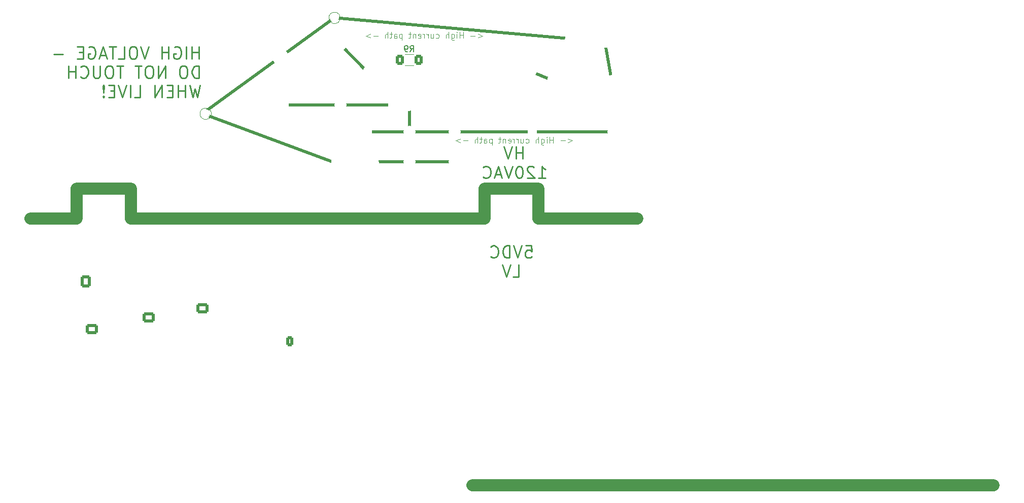
<source format=gbo>
G04 #@! TF.GenerationSoftware,KiCad,Pcbnew,8.0.4*
G04 #@! TF.CreationDate,2025-01-01T16:22:17-06:00*
G04 #@! TF.ProjectId,HVBoard,4856426f-6172-4642-9e6b-696361645f70,rev?*
G04 #@! TF.SameCoordinates,Original*
G04 #@! TF.FileFunction,Legend,Bot*
G04 #@! TF.FilePolarity,Positive*
%FSLAX46Y46*%
G04 Gerber Fmt 4.6, Leading zero omitted, Abs format (unit mm)*
G04 Created by KiCad (PCBNEW 8.0.4) date 2025-01-01 16:22:17*
%MOMM*%
%LPD*%
G01*
G04 APERTURE LIST*
G04 Aperture macros list*
%AMRoundRect*
0 Rectangle with rounded corners*
0 $1 Rounding radius*
0 $2 $3 $4 $5 $6 $7 $8 $9 X,Y pos of 4 corners*
0 Add a 4 corners polygon primitive as box body*
4,1,4,$2,$3,$4,$5,$6,$7,$8,$9,$2,$3,0*
0 Add four circle primitives for the rounded corners*
1,1,$1+$1,$2,$3*
1,1,$1+$1,$4,$5*
1,1,$1+$1,$6,$7*
1,1,$1+$1,$8,$9*
0 Add four rect primitives between the rounded corners*
20,1,$1+$1,$2,$3,$4,$5,0*
20,1,$1+$1,$4,$5,$6,$7,0*
20,1,$1+$1,$6,$7,$8,$9,0*
20,1,$1+$1,$8,$9,$2,$3,0*%
G04 Aperture macros list end*
%ADD10C,0.500000*%
%ADD11C,2.000000*%
%ADD12C,0.250000*%
%ADD13C,0.100000*%
%ADD14C,0.150000*%
%ADD15C,0.120000*%
%ADD16C,1.500000*%
%ADD17C,3.200000*%
%ADD18R,3.000000X3.000000*%
%ADD19C,3.000000*%
%ADD20R,2.000000X1.905000*%
%ADD21O,2.000000X1.905000*%
%ADD22R,1.600000X1.600000*%
%ADD23O,1.600000X1.600000*%
%ADD24R,1.700000X1.700000*%
%ADD25C,1.600000*%
%ADD26C,1.200000*%
%ADD27RoundRect,0.250000X-0.750000X0.600000X-0.750000X-0.600000X0.750000X-0.600000X0.750000X0.600000X0*%
%ADD28O,2.000000X1.700000*%
%ADD29R,2.700000X2.700000*%
%ADD30C,2.700000*%
%ADD31RoundRect,0.250000X-0.600000X-0.750000X0.600000X-0.750000X0.600000X0.750000X-0.600000X0.750000X0*%
%ADD32O,1.700000X2.000000*%
%ADD33RoundRect,0.250000X-0.725000X0.600000X-0.725000X-0.600000X0.725000X-0.600000X0.725000X0.600000X0*%
%ADD34O,1.950000X1.700000*%
%ADD35C,2.000000*%
%ADD36R,2.000000X2.000000*%
%ADD37R,1.905000X2.000000*%
%ADD38O,1.905000X2.000000*%
%ADD39RoundRect,0.250000X-0.350000X-0.625000X0.350000X-0.625000X0.350000X0.625000X-0.350000X0.625000X0*%
%ADD40O,1.200000X1.750000*%
%ADD41RoundRect,0.250000X0.400000X0.625000X-0.400000X0.625000X-0.400000X-0.625000X0.400000X-0.625000X0*%
%ADD42R,1.524000X1.524000*%
G04 APERTURE END LIST*
D10*
X107750000Y-24250000D02*
X106500000Y-17000000D01*
X94500000Y-22500000D02*
X98000000Y-24000000D01*
X74000000Y-28000000D02*
X74000000Y-32500000D01*
X62500000Y-18000000D02*
X67000000Y-22500000D01*
X67000000Y-32500000D02*
X108000000Y-32500000D01*
D11*
X95500000Y-42000000D02*
X95500000Y-47000000D01*
D10*
X81500000Y-37500000D02*
X67500000Y-37500000D01*
X101500000Y-17000000D02*
X61500000Y-13500000D01*
D11*
X95500000Y-42000000D02*
X86500000Y-42000000D01*
X112000000Y-47000000D02*
X95500000Y-47000000D01*
X27500000Y-47000000D02*
X86500000Y-47000000D01*
X10750000Y-47000000D02*
X18250000Y-47000000D01*
X27500000Y-42000000D02*
X27500000Y-47000000D01*
D10*
X39500000Y-29500000D02*
X61500000Y-13500000D01*
D11*
X27500000Y-42000000D02*
X18500000Y-42000000D01*
D10*
X52500000Y-28000000D02*
X71500000Y-28000000D01*
D11*
X84500000Y-91500000D02*
X171500000Y-91500000D01*
X18500000Y-42000000D02*
X18500000Y-47000000D01*
D10*
X39500000Y-29500000D02*
X62500000Y-38000000D01*
D11*
X86500000Y-42000000D02*
X86500000Y-47000000D01*
D12*
X92928571Y-37022350D02*
X92928571Y-35022350D01*
X92928571Y-35974731D02*
X91785714Y-35974731D01*
X91785714Y-37022350D02*
X91785714Y-35022350D01*
X91119047Y-35022350D02*
X90452381Y-37022350D01*
X90452381Y-37022350D02*
X89785714Y-35022350D01*
X95547619Y-40242238D02*
X96690476Y-40242238D01*
X96119048Y-40242238D02*
X96119048Y-38242238D01*
X96119048Y-38242238D02*
X96309524Y-38527952D01*
X96309524Y-38527952D02*
X96500000Y-38718428D01*
X96500000Y-38718428D02*
X96690476Y-38813666D01*
X94785714Y-38432714D02*
X94690476Y-38337476D01*
X94690476Y-38337476D02*
X94500000Y-38242238D01*
X94500000Y-38242238D02*
X94023809Y-38242238D01*
X94023809Y-38242238D02*
X93833333Y-38337476D01*
X93833333Y-38337476D02*
X93738095Y-38432714D01*
X93738095Y-38432714D02*
X93642857Y-38623190D01*
X93642857Y-38623190D02*
X93642857Y-38813666D01*
X93642857Y-38813666D02*
X93738095Y-39099380D01*
X93738095Y-39099380D02*
X94880952Y-40242238D01*
X94880952Y-40242238D02*
X93642857Y-40242238D01*
X92404762Y-38242238D02*
X92214285Y-38242238D01*
X92214285Y-38242238D02*
X92023809Y-38337476D01*
X92023809Y-38337476D02*
X91928571Y-38432714D01*
X91928571Y-38432714D02*
X91833333Y-38623190D01*
X91833333Y-38623190D02*
X91738095Y-39004142D01*
X91738095Y-39004142D02*
X91738095Y-39480333D01*
X91738095Y-39480333D02*
X91833333Y-39861285D01*
X91833333Y-39861285D02*
X91928571Y-40051761D01*
X91928571Y-40051761D02*
X92023809Y-40147000D01*
X92023809Y-40147000D02*
X92214285Y-40242238D01*
X92214285Y-40242238D02*
X92404762Y-40242238D01*
X92404762Y-40242238D02*
X92595238Y-40147000D01*
X92595238Y-40147000D02*
X92690476Y-40051761D01*
X92690476Y-40051761D02*
X92785714Y-39861285D01*
X92785714Y-39861285D02*
X92880952Y-39480333D01*
X92880952Y-39480333D02*
X92880952Y-39004142D01*
X92880952Y-39004142D02*
X92785714Y-38623190D01*
X92785714Y-38623190D02*
X92690476Y-38432714D01*
X92690476Y-38432714D02*
X92595238Y-38337476D01*
X92595238Y-38337476D02*
X92404762Y-38242238D01*
X91166666Y-38242238D02*
X90500000Y-40242238D01*
X90500000Y-40242238D02*
X89833333Y-38242238D01*
X89261904Y-39670809D02*
X88309523Y-39670809D01*
X89452380Y-40242238D02*
X88785714Y-38242238D01*
X88785714Y-38242238D02*
X88119047Y-40242238D01*
X86309523Y-40051761D02*
X86404761Y-40147000D01*
X86404761Y-40147000D02*
X86690475Y-40242238D01*
X86690475Y-40242238D02*
X86880951Y-40242238D01*
X86880951Y-40242238D02*
X87166666Y-40147000D01*
X87166666Y-40147000D02*
X87357142Y-39956523D01*
X87357142Y-39956523D02*
X87452380Y-39766047D01*
X87452380Y-39766047D02*
X87547618Y-39385095D01*
X87547618Y-39385095D02*
X87547618Y-39099380D01*
X87547618Y-39099380D02*
X87452380Y-38718428D01*
X87452380Y-38718428D02*
X87357142Y-38527952D01*
X87357142Y-38527952D02*
X87166666Y-38337476D01*
X87166666Y-38337476D02*
X86880951Y-38242238D01*
X86880951Y-38242238D02*
X86690475Y-38242238D01*
X86690475Y-38242238D02*
X86404761Y-38337476D01*
X86404761Y-38337476D02*
X86309523Y-38432714D01*
X38859336Y-20302462D02*
X38859336Y-18302462D01*
X38859336Y-19254843D02*
X37716479Y-19254843D01*
X37716479Y-20302462D02*
X37716479Y-18302462D01*
X36764098Y-20302462D02*
X36764098Y-18302462D01*
X34764098Y-18397700D02*
X34954574Y-18302462D01*
X34954574Y-18302462D02*
X35240288Y-18302462D01*
X35240288Y-18302462D02*
X35526003Y-18397700D01*
X35526003Y-18397700D02*
X35716479Y-18588176D01*
X35716479Y-18588176D02*
X35811717Y-18778652D01*
X35811717Y-18778652D02*
X35906955Y-19159604D01*
X35906955Y-19159604D02*
X35906955Y-19445319D01*
X35906955Y-19445319D02*
X35811717Y-19826271D01*
X35811717Y-19826271D02*
X35716479Y-20016747D01*
X35716479Y-20016747D02*
X35526003Y-20207224D01*
X35526003Y-20207224D02*
X35240288Y-20302462D01*
X35240288Y-20302462D02*
X35049812Y-20302462D01*
X35049812Y-20302462D02*
X34764098Y-20207224D01*
X34764098Y-20207224D02*
X34668860Y-20111985D01*
X34668860Y-20111985D02*
X34668860Y-19445319D01*
X34668860Y-19445319D02*
X35049812Y-19445319D01*
X33811717Y-20302462D02*
X33811717Y-18302462D01*
X33811717Y-19254843D02*
X32668860Y-19254843D01*
X32668860Y-20302462D02*
X32668860Y-18302462D01*
X30478383Y-18302462D02*
X29811717Y-20302462D01*
X29811717Y-20302462D02*
X29145050Y-18302462D01*
X28097431Y-18302462D02*
X27716478Y-18302462D01*
X27716478Y-18302462D02*
X27526002Y-18397700D01*
X27526002Y-18397700D02*
X27335526Y-18588176D01*
X27335526Y-18588176D02*
X27240288Y-18969128D01*
X27240288Y-18969128D02*
X27240288Y-19635795D01*
X27240288Y-19635795D02*
X27335526Y-20016747D01*
X27335526Y-20016747D02*
X27526002Y-20207224D01*
X27526002Y-20207224D02*
X27716478Y-20302462D01*
X27716478Y-20302462D02*
X28097431Y-20302462D01*
X28097431Y-20302462D02*
X28287907Y-20207224D01*
X28287907Y-20207224D02*
X28478383Y-20016747D01*
X28478383Y-20016747D02*
X28573621Y-19635795D01*
X28573621Y-19635795D02*
X28573621Y-18969128D01*
X28573621Y-18969128D02*
X28478383Y-18588176D01*
X28478383Y-18588176D02*
X28287907Y-18397700D01*
X28287907Y-18397700D02*
X28097431Y-18302462D01*
X25430764Y-20302462D02*
X26383145Y-20302462D01*
X26383145Y-20302462D02*
X26383145Y-18302462D01*
X25049811Y-18302462D02*
X23906954Y-18302462D01*
X24478383Y-20302462D02*
X24478383Y-18302462D01*
X23335525Y-19731033D02*
X22383144Y-19731033D01*
X23526001Y-20302462D02*
X22859335Y-18302462D01*
X22859335Y-18302462D02*
X22192668Y-20302462D01*
X20478382Y-18397700D02*
X20668858Y-18302462D01*
X20668858Y-18302462D02*
X20954572Y-18302462D01*
X20954572Y-18302462D02*
X21240287Y-18397700D01*
X21240287Y-18397700D02*
X21430763Y-18588176D01*
X21430763Y-18588176D02*
X21526001Y-18778652D01*
X21526001Y-18778652D02*
X21621239Y-19159604D01*
X21621239Y-19159604D02*
X21621239Y-19445319D01*
X21621239Y-19445319D02*
X21526001Y-19826271D01*
X21526001Y-19826271D02*
X21430763Y-20016747D01*
X21430763Y-20016747D02*
X21240287Y-20207224D01*
X21240287Y-20207224D02*
X20954572Y-20302462D01*
X20954572Y-20302462D02*
X20764096Y-20302462D01*
X20764096Y-20302462D02*
X20478382Y-20207224D01*
X20478382Y-20207224D02*
X20383144Y-20111985D01*
X20383144Y-20111985D02*
X20383144Y-19445319D01*
X20383144Y-19445319D02*
X20764096Y-19445319D01*
X19526001Y-19254843D02*
X18859334Y-19254843D01*
X18573620Y-20302462D02*
X19526001Y-20302462D01*
X19526001Y-20302462D02*
X19526001Y-18302462D01*
X19526001Y-18302462D02*
X18573620Y-18302462D01*
X16192667Y-19540557D02*
X14668858Y-19540557D01*
X38859336Y-23522350D02*
X38859336Y-21522350D01*
X38859336Y-21522350D02*
X38383146Y-21522350D01*
X38383146Y-21522350D02*
X38097431Y-21617588D01*
X38097431Y-21617588D02*
X37906955Y-21808064D01*
X37906955Y-21808064D02*
X37811717Y-21998540D01*
X37811717Y-21998540D02*
X37716479Y-22379492D01*
X37716479Y-22379492D02*
X37716479Y-22665207D01*
X37716479Y-22665207D02*
X37811717Y-23046159D01*
X37811717Y-23046159D02*
X37906955Y-23236635D01*
X37906955Y-23236635D02*
X38097431Y-23427112D01*
X38097431Y-23427112D02*
X38383146Y-23522350D01*
X38383146Y-23522350D02*
X38859336Y-23522350D01*
X36478384Y-21522350D02*
X36097431Y-21522350D01*
X36097431Y-21522350D02*
X35906955Y-21617588D01*
X35906955Y-21617588D02*
X35716479Y-21808064D01*
X35716479Y-21808064D02*
X35621241Y-22189016D01*
X35621241Y-22189016D02*
X35621241Y-22855683D01*
X35621241Y-22855683D02*
X35716479Y-23236635D01*
X35716479Y-23236635D02*
X35906955Y-23427112D01*
X35906955Y-23427112D02*
X36097431Y-23522350D01*
X36097431Y-23522350D02*
X36478384Y-23522350D01*
X36478384Y-23522350D02*
X36668860Y-23427112D01*
X36668860Y-23427112D02*
X36859336Y-23236635D01*
X36859336Y-23236635D02*
X36954574Y-22855683D01*
X36954574Y-22855683D02*
X36954574Y-22189016D01*
X36954574Y-22189016D02*
X36859336Y-21808064D01*
X36859336Y-21808064D02*
X36668860Y-21617588D01*
X36668860Y-21617588D02*
X36478384Y-21522350D01*
X33240288Y-23522350D02*
X33240288Y-21522350D01*
X33240288Y-21522350D02*
X32097431Y-23522350D01*
X32097431Y-23522350D02*
X32097431Y-21522350D01*
X30764098Y-21522350D02*
X30383145Y-21522350D01*
X30383145Y-21522350D02*
X30192669Y-21617588D01*
X30192669Y-21617588D02*
X30002193Y-21808064D01*
X30002193Y-21808064D02*
X29906955Y-22189016D01*
X29906955Y-22189016D02*
X29906955Y-22855683D01*
X29906955Y-22855683D02*
X30002193Y-23236635D01*
X30002193Y-23236635D02*
X30192669Y-23427112D01*
X30192669Y-23427112D02*
X30383145Y-23522350D01*
X30383145Y-23522350D02*
X30764098Y-23522350D01*
X30764098Y-23522350D02*
X30954574Y-23427112D01*
X30954574Y-23427112D02*
X31145050Y-23236635D01*
X31145050Y-23236635D02*
X31240288Y-22855683D01*
X31240288Y-22855683D02*
X31240288Y-22189016D01*
X31240288Y-22189016D02*
X31145050Y-21808064D01*
X31145050Y-21808064D02*
X30954574Y-21617588D01*
X30954574Y-21617588D02*
X30764098Y-21522350D01*
X29335526Y-21522350D02*
X28192669Y-21522350D01*
X28764098Y-23522350D02*
X28764098Y-21522350D01*
X26287906Y-21522350D02*
X25145049Y-21522350D01*
X25716478Y-23522350D02*
X25716478Y-21522350D01*
X24097430Y-21522350D02*
X23716477Y-21522350D01*
X23716477Y-21522350D02*
X23526001Y-21617588D01*
X23526001Y-21617588D02*
X23335525Y-21808064D01*
X23335525Y-21808064D02*
X23240287Y-22189016D01*
X23240287Y-22189016D02*
X23240287Y-22855683D01*
X23240287Y-22855683D02*
X23335525Y-23236635D01*
X23335525Y-23236635D02*
X23526001Y-23427112D01*
X23526001Y-23427112D02*
X23716477Y-23522350D01*
X23716477Y-23522350D02*
X24097430Y-23522350D01*
X24097430Y-23522350D02*
X24287906Y-23427112D01*
X24287906Y-23427112D02*
X24478382Y-23236635D01*
X24478382Y-23236635D02*
X24573620Y-22855683D01*
X24573620Y-22855683D02*
X24573620Y-22189016D01*
X24573620Y-22189016D02*
X24478382Y-21808064D01*
X24478382Y-21808064D02*
X24287906Y-21617588D01*
X24287906Y-21617588D02*
X24097430Y-21522350D01*
X22383144Y-21522350D02*
X22383144Y-23141397D01*
X22383144Y-23141397D02*
X22287906Y-23331873D01*
X22287906Y-23331873D02*
X22192668Y-23427112D01*
X22192668Y-23427112D02*
X22002192Y-23522350D01*
X22002192Y-23522350D02*
X21621239Y-23522350D01*
X21621239Y-23522350D02*
X21430763Y-23427112D01*
X21430763Y-23427112D02*
X21335525Y-23331873D01*
X21335525Y-23331873D02*
X21240287Y-23141397D01*
X21240287Y-23141397D02*
X21240287Y-21522350D01*
X19145049Y-23331873D02*
X19240287Y-23427112D01*
X19240287Y-23427112D02*
X19526001Y-23522350D01*
X19526001Y-23522350D02*
X19716477Y-23522350D01*
X19716477Y-23522350D02*
X20002192Y-23427112D01*
X20002192Y-23427112D02*
X20192668Y-23236635D01*
X20192668Y-23236635D02*
X20287906Y-23046159D01*
X20287906Y-23046159D02*
X20383144Y-22665207D01*
X20383144Y-22665207D02*
X20383144Y-22379492D01*
X20383144Y-22379492D02*
X20287906Y-21998540D01*
X20287906Y-21998540D02*
X20192668Y-21808064D01*
X20192668Y-21808064D02*
X20002192Y-21617588D01*
X20002192Y-21617588D02*
X19716477Y-21522350D01*
X19716477Y-21522350D02*
X19526001Y-21522350D01*
X19526001Y-21522350D02*
X19240287Y-21617588D01*
X19240287Y-21617588D02*
X19145049Y-21712826D01*
X18287906Y-23522350D02*
X18287906Y-21522350D01*
X18287906Y-22474731D02*
X17145049Y-22474731D01*
X17145049Y-23522350D02*
X17145049Y-21522350D01*
X39049812Y-24742238D02*
X38573622Y-26742238D01*
X38573622Y-26742238D02*
X38192669Y-25313666D01*
X38192669Y-25313666D02*
X37811717Y-26742238D01*
X37811717Y-26742238D02*
X37335527Y-24742238D01*
X36573622Y-26742238D02*
X36573622Y-24742238D01*
X36573622Y-25694619D02*
X35430765Y-25694619D01*
X35430765Y-26742238D02*
X35430765Y-24742238D01*
X34478384Y-25694619D02*
X33811717Y-25694619D01*
X33526003Y-26742238D02*
X34478384Y-26742238D01*
X34478384Y-26742238D02*
X34478384Y-24742238D01*
X34478384Y-24742238D02*
X33526003Y-24742238D01*
X32668860Y-26742238D02*
X32668860Y-24742238D01*
X32668860Y-24742238D02*
X31526003Y-26742238D01*
X31526003Y-26742238D02*
X31526003Y-24742238D01*
X28097431Y-26742238D02*
X29049812Y-26742238D01*
X29049812Y-26742238D02*
X29049812Y-24742238D01*
X27430764Y-26742238D02*
X27430764Y-24742238D01*
X26764097Y-24742238D02*
X26097431Y-26742238D01*
X26097431Y-26742238D02*
X25430764Y-24742238D01*
X24764097Y-25694619D02*
X24097430Y-25694619D01*
X23811716Y-26742238D02*
X24764097Y-26742238D01*
X24764097Y-26742238D02*
X24764097Y-24742238D01*
X24764097Y-24742238D02*
X23811716Y-24742238D01*
X22954573Y-26551761D02*
X22859335Y-26647000D01*
X22859335Y-26647000D02*
X22954573Y-26742238D01*
X22954573Y-26742238D02*
X23049811Y-26647000D01*
X23049811Y-26647000D02*
X22954573Y-26551761D01*
X22954573Y-26551761D02*
X22954573Y-26742238D01*
X22954573Y-25980333D02*
X23049811Y-24837476D01*
X23049811Y-24837476D02*
X22954573Y-24742238D01*
X22954573Y-24742238D02*
X22859335Y-24837476D01*
X22859335Y-24837476D02*
X22954573Y-25980333D01*
X22954573Y-25980333D02*
X22954573Y-24742238D01*
D13*
X100434211Y-33705752D02*
X101196115Y-33991466D01*
X101196115Y-33991466D02*
X100434211Y-34277180D01*
X99958020Y-33991466D02*
X99196116Y-33991466D01*
X97958020Y-34372419D02*
X97958020Y-33372419D01*
X97958020Y-33848609D02*
X97386592Y-33848609D01*
X97386592Y-34372419D02*
X97386592Y-33372419D01*
X96910401Y-34372419D02*
X96910401Y-33705752D01*
X96910401Y-33372419D02*
X96958020Y-33420038D01*
X96958020Y-33420038D02*
X96910401Y-33467657D01*
X96910401Y-33467657D02*
X96862782Y-33420038D01*
X96862782Y-33420038D02*
X96910401Y-33372419D01*
X96910401Y-33372419D02*
X96910401Y-33467657D01*
X96005640Y-33705752D02*
X96005640Y-34515276D01*
X96005640Y-34515276D02*
X96053259Y-34610514D01*
X96053259Y-34610514D02*
X96100878Y-34658133D01*
X96100878Y-34658133D02*
X96196116Y-34705752D01*
X96196116Y-34705752D02*
X96338973Y-34705752D01*
X96338973Y-34705752D02*
X96434211Y-34658133D01*
X96005640Y-34324800D02*
X96100878Y-34372419D01*
X96100878Y-34372419D02*
X96291354Y-34372419D01*
X96291354Y-34372419D02*
X96386592Y-34324800D01*
X96386592Y-34324800D02*
X96434211Y-34277180D01*
X96434211Y-34277180D02*
X96481830Y-34181942D01*
X96481830Y-34181942D02*
X96481830Y-33896228D01*
X96481830Y-33896228D02*
X96434211Y-33800990D01*
X96434211Y-33800990D02*
X96386592Y-33753371D01*
X96386592Y-33753371D02*
X96291354Y-33705752D01*
X96291354Y-33705752D02*
X96100878Y-33705752D01*
X96100878Y-33705752D02*
X96005640Y-33753371D01*
X95529449Y-34372419D02*
X95529449Y-33372419D01*
X95100878Y-34372419D02*
X95100878Y-33848609D01*
X95100878Y-33848609D02*
X95148497Y-33753371D01*
X95148497Y-33753371D02*
X95243735Y-33705752D01*
X95243735Y-33705752D02*
X95386592Y-33705752D01*
X95386592Y-33705752D02*
X95481830Y-33753371D01*
X95481830Y-33753371D02*
X95529449Y-33800990D01*
X93434211Y-34324800D02*
X93529449Y-34372419D01*
X93529449Y-34372419D02*
X93719925Y-34372419D01*
X93719925Y-34372419D02*
X93815163Y-34324800D01*
X93815163Y-34324800D02*
X93862782Y-34277180D01*
X93862782Y-34277180D02*
X93910401Y-34181942D01*
X93910401Y-34181942D02*
X93910401Y-33896228D01*
X93910401Y-33896228D02*
X93862782Y-33800990D01*
X93862782Y-33800990D02*
X93815163Y-33753371D01*
X93815163Y-33753371D02*
X93719925Y-33705752D01*
X93719925Y-33705752D02*
X93529449Y-33705752D01*
X93529449Y-33705752D02*
X93434211Y-33753371D01*
X92577068Y-33705752D02*
X92577068Y-34372419D01*
X93005639Y-33705752D02*
X93005639Y-34229561D01*
X93005639Y-34229561D02*
X92958020Y-34324800D01*
X92958020Y-34324800D02*
X92862782Y-34372419D01*
X92862782Y-34372419D02*
X92719925Y-34372419D01*
X92719925Y-34372419D02*
X92624687Y-34324800D01*
X92624687Y-34324800D02*
X92577068Y-34277180D01*
X92100877Y-34372419D02*
X92100877Y-33705752D01*
X92100877Y-33896228D02*
X92053258Y-33800990D01*
X92053258Y-33800990D02*
X92005639Y-33753371D01*
X92005639Y-33753371D02*
X91910401Y-33705752D01*
X91910401Y-33705752D02*
X91815163Y-33705752D01*
X91481829Y-34372419D02*
X91481829Y-33705752D01*
X91481829Y-33896228D02*
X91434210Y-33800990D01*
X91434210Y-33800990D02*
X91386591Y-33753371D01*
X91386591Y-33753371D02*
X91291353Y-33705752D01*
X91291353Y-33705752D02*
X91196115Y-33705752D01*
X90481829Y-34324800D02*
X90577067Y-34372419D01*
X90577067Y-34372419D02*
X90767543Y-34372419D01*
X90767543Y-34372419D02*
X90862781Y-34324800D01*
X90862781Y-34324800D02*
X90910400Y-34229561D01*
X90910400Y-34229561D02*
X90910400Y-33848609D01*
X90910400Y-33848609D02*
X90862781Y-33753371D01*
X90862781Y-33753371D02*
X90767543Y-33705752D01*
X90767543Y-33705752D02*
X90577067Y-33705752D01*
X90577067Y-33705752D02*
X90481829Y-33753371D01*
X90481829Y-33753371D02*
X90434210Y-33848609D01*
X90434210Y-33848609D02*
X90434210Y-33943847D01*
X90434210Y-33943847D02*
X90910400Y-34039085D01*
X90005638Y-33705752D02*
X90005638Y-34372419D01*
X90005638Y-33800990D02*
X89958019Y-33753371D01*
X89958019Y-33753371D02*
X89862781Y-33705752D01*
X89862781Y-33705752D02*
X89719924Y-33705752D01*
X89719924Y-33705752D02*
X89624686Y-33753371D01*
X89624686Y-33753371D02*
X89577067Y-33848609D01*
X89577067Y-33848609D02*
X89577067Y-34372419D01*
X89243733Y-33705752D02*
X88862781Y-33705752D01*
X89100876Y-33372419D02*
X89100876Y-34229561D01*
X89100876Y-34229561D02*
X89053257Y-34324800D01*
X89053257Y-34324800D02*
X88958019Y-34372419D01*
X88958019Y-34372419D02*
X88862781Y-34372419D01*
X87767542Y-33705752D02*
X87767542Y-34705752D01*
X87767542Y-33753371D02*
X87672304Y-33705752D01*
X87672304Y-33705752D02*
X87481828Y-33705752D01*
X87481828Y-33705752D02*
X87386590Y-33753371D01*
X87386590Y-33753371D02*
X87338971Y-33800990D01*
X87338971Y-33800990D02*
X87291352Y-33896228D01*
X87291352Y-33896228D02*
X87291352Y-34181942D01*
X87291352Y-34181942D02*
X87338971Y-34277180D01*
X87338971Y-34277180D02*
X87386590Y-34324800D01*
X87386590Y-34324800D02*
X87481828Y-34372419D01*
X87481828Y-34372419D02*
X87672304Y-34372419D01*
X87672304Y-34372419D02*
X87767542Y-34324800D01*
X86434209Y-34372419D02*
X86434209Y-33848609D01*
X86434209Y-33848609D02*
X86481828Y-33753371D01*
X86481828Y-33753371D02*
X86577066Y-33705752D01*
X86577066Y-33705752D02*
X86767542Y-33705752D01*
X86767542Y-33705752D02*
X86862780Y-33753371D01*
X86434209Y-34324800D02*
X86529447Y-34372419D01*
X86529447Y-34372419D02*
X86767542Y-34372419D01*
X86767542Y-34372419D02*
X86862780Y-34324800D01*
X86862780Y-34324800D02*
X86910399Y-34229561D01*
X86910399Y-34229561D02*
X86910399Y-34134323D01*
X86910399Y-34134323D02*
X86862780Y-34039085D01*
X86862780Y-34039085D02*
X86767542Y-33991466D01*
X86767542Y-33991466D02*
X86529447Y-33991466D01*
X86529447Y-33991466D02*
X86434209Y-33943847D01*
X86100875Y-33705752D02*
X85719923Y-33705752D01*
X85958018Y-33372419D02*
X85958018Y-34229561D01*
X85958018Y-34229561D02*
X85910399Y-34324800D01*
X85910399Y-34324800D02*
X85815161Y-34372419D01*
X85815161Y-34372419D02*
X85719923Y-34372419D01*
X85386589Y-34372419D02*
X85386589Y-33372419D01*
X84958018Y-34372419D02*
X84958018Y-33848609D01*
X84958018Y-33848609D02*
X85005637Y-33753371D01*
X85005637Y-33753371D02*
X85100875Y-33705752D01*
X85100875Y-33705752D02*
X85243732Y-33705752D01*
X85243732Y-33705752D02*
X85338970Y-33753371D01*
X85338970Y-33753371D02*
X85386589Y-33800990D01*
X83719922Y-33991466D02*
X82958018Y-33991466D01*
X82481827Y-33705752D02*
X81719923Y-33991466D01*
X81719923Y-33991466D02*
X82481827Y-34277180D01*
X85434211Y-16205752D02*
X86196115Y-16491466D01*
X86196115Y-16491466D02*
X85434211Y-16777180D01*
X84958020Y-16491466D02*
X84196116Y-16491466D01*
X82958020Y-16872419D02*
X82958020Y-15872419D01*
X82958020Y-16348609D02*
X82386592Y-16348609D01*
X82386592Y-16872419D02*
X82386592Y-15872419D01*
X81910401Y-16872419D02*
X81910401Y-16205752D01*
X81910401Y-15872419D02*
X81958020Y-15920038D01*
X81958020Y-15920038D02*
X81910401Y-15967657D01*
X81910401Y-15967657D02*
X81862782Y-15920038D01*
X81862782Y-15920038D02*
X81910401Y-15872419D01*
X81910401Y-15872419D02*
X81910401Y-15967657D01*
X81005640Y-16205752D02*
X81005640Y-17015276D01*
X81005640Y-17015276D02*
X81053259Y-17110514D01*
X81053259Y-17110514D02*
X81100878Y-17158133D01*
X81100878Y-17158133D02*
X81196116Y-17205752D01*
X81196116Y-17205752D02*
X81338973Y-17205752D01*
X81338973Y-17205752D02*
X81434211Y-17158133D01*
X81005640Y-16824800D02*
X81100878Y-16872419D01*
X81100878Y-16872419D02*
X81291354Y-16872419D01*
X81291354Y-16872419D02*
X81386592Y-16824800D01*
X81386592Y-16824800D02*
X81434211Y-16777180D01*
X81434211Y-16777180D02*
X81481830Y-16681942D01*
X81481830Y-16681942D02*
X81481830Y-16396228D01*
X81481830Y-16396228D02*
X81434211Y-16300990D01*
X81434211Y-16300990D02*
X81386592Y-16253371D01*
X81386592Y-16253371D02*
X81291354Y-16205752D01*
X81291354Y-16205752D02*
X81100878Y-16205752D01*
X81100878Y-16205752D02*
X81005640Y-16253371D01*
X80529449Y-16872419D02*
X80529449Y-15872419D01*
X80100878Y-16872419D02*
X80100878Y-16348609D01*
X80100878Y-16348609D02*
X80148497Y-16253371D01*
X80148497Y-16253371D02*
X80243735Y-16205752D01*
X80243735Y-16205752D02*
X80386592Y-16205752D01*
X80386592Y-16205752D02*
X80481830Y-16253371D01*
X80481830Y-16253371D02*
X80529449Y-16300990D01*
X78434211Y-16824800D02*
X78529449Y-16872419D01*
X78529449Y-16872419D02*
X78719925Y-16872419D01*
X78719925Y-16872419D02*
X78815163Y-16824800D01*
X78815163Y-16824800D02*
X78862782Y-16777180D01*
X78862782Y-16777180D02*
X78910401Y-16681942D01*
X78910401Y-16681942D02*
X78910401Y-16396228D01*
X78910401Y-16396228D02*
X78862782Y-16300990D01*
X78862782Y-16300990D02*
X78815163Y-16253371D01*
X78815163Y-16253371D02*
X78719925Y-16205752D01*
X78719925Y-16205752D02*
X78529449Y-16205752D01*
X78529449Y-16205752D02*
X78434211Y-16253371D01*
X77577068Y-16205752D02*
X77577068Y-16872419D01*
X78005639Y-16205752D02*
X78005639Y-16729561D01*
X78005639Y-16729561D02*
X77958020Y-16824800D01*
X77958020Y-16824800D02*
X77862782Y-16872419D01*
X77862782Y-16872419D02*
X77719925Y-16872419D01*
X77719925Y-16872419D02*
X77624687Y-16824800D01*
X77624687Y-16824800D02*
X77577068Y-16777180D01*
X77100877Y-16872419D02*
X77100877Y-16205752D01*
X77100877Y-16396228D02*
X77053258Y-16300990D01*
X77053258Y-16300990D02*
X77005639Y-16253371D01*
X77005639Y-16253371D02*
X76910401Y-16205752D01*
X76910401Y-16205752D02*
X76815163Y-16205752D01*
X76481829Y-16872419D02*
X76481829Y-16205752D01*
X76481829Y-16396228D02*
X76434210Y-16300990D01*
X76434210Y-16300990D02*
X76386591Y-16253371D01*
X76386591Y-16253371D02*
X76291353Y-16205752D01*
X76291353Y-16205752D02*
X76196115Y-16205752D01*
X75481829Y-16824800D02*
X75577067Y-16872419D01*
X75577067Y-16872419D02*
X75767543Y-16872419D01*
X75767543Y-16872419D02*
X75862781Y-16824800D01*
X75862781Y-16824800D02*
X75910400Y-16729561D01*
X75910400Y-16729561D02*
X75910400Y-16348609D01*
X75910400Y-16348609D02*
X75862781Y-16253371D01*
X75862781Y-16253371D02*
X75767543Y-16205752D01*
X75767543Y-16205752D02*
X75577067Y-16205752D01*
X75577067Y-16205752D02*
X75481829Y-16253371D01*
X75481829Y-16253371D02*
X75434210Y-16348609D01*
X75434210Y-16348609D02*
X75434210Y-16443847D01*
X75434210Y-16443847D02*
X75910400Y-16539085D01*
X75005638Y-16205752D02*
X75005638Y-16872419D01*
X75005638Y-16300990D02*
X74958019Y-16253371D01*
X74958019Y-16253371D02*
X74862781Y-16205752D01*
X74862781Y-16205752D02*
X74719924Y-16205752D01*
X74719924Y-16205752D02*
X74624686Y-16253371D01*
X74624686Y-16253371D02*
X74577067Y-16348609D01*
X74577067Y-16348609D02*
X74577067Y-16872419D01*
X74243733Y-16205752D02*
X73862781Y-16205752D01*
X74100876Y-15872419D02*
X74100876Y-16729561D01*
X74100876Y-16729561D02*
X74053257Y-16824800D01*
X74053257Y-16824800D02*
X73958019Y-16872419D01*
X73958019Y-16872419D02*
X73862781Y-16872419D01*
X72767542Y-16205752D02*
X72767542Y-17205752D01*
X72767542Y-16253371D02*
X72672304Y-16205752D01*
X72672304Y-16205752D02*
X72481828Y-16205752D01*
X72481828Y-16205752D02*
X72386590Y-16253371D01*
X72386590Y-16253371D02*
X72338971Y-16300990D01*
X72338971Y-16300990D02*
X72291352Y-16396228D01*
X72291352Y-16396228D02*
X72291352Y-16681942D01*
X72291352Y-16681942D02*
X72338971Y-16777180D01*
X72338971Y-16777180D02*
X72386590Y-16824800D01*
X72386590Y-16824800D02*
X72481828Y-16872419D01*
X72481828Y-16872419D02*
X72672304Y-16872419D01*
X72672304Y-16872419D02*
X72767542Y-16824800D01*
X71434209Y-16872419D02*
X71434209Y-16348609D01*
X71434209Y-16348609D02*
X71481828Y-16253371D01*
X71481828Y-16253371D02*
X71577066Y-16205752D01*
X71577066Y-16205752D02*
X71767542Y-16205752D01*
X71767542Y-16205752D02*
X71862780Y-16253371D01*
X71434209Y-16824800D02*
X71529447Y-16872419D01*
X71529447Y-16872419D02*
X71767542Y-16872419D01*
X71767542Y-16872419D02*
X71862780Y-16824800D01*
X71862780Y-16824800D02*
X71910399Y-16729561D01*
X71910399Y-16729561D02*
X71910399Y-16634323D01*
X71910399Y-16634323D02*
X71862780Y-16539085D01*
X71862780Y-16539085D02*
X71767542Y-16491466D01*
X71767542Y-16491466D02*
X71529447Y-16491466D01*
X71529447Y-16491466D02*
X71434209Y-16443847D01*
X71100875Y-16205752D02*
X70719923Y-16205752D01*
X70958018Y-15872419D02*
X70958018Y-16729561D01*
X70958018Y-16729561D02*
X70910399Y-16824800D01*
X70910399Y-16824800D02*
X70815161Y-16872419D01*
X70815161Y-16872419D02*
X70719923Y-16872419D01*
X70386589Y-16872419D02*
X70386589Y-15872419D01*
X69958018Y-16872419D02*
X69958018Y-16348609D01*
X69958018Y-16348609D02*
X70005637Y-16253371D01*
X70005637Y-16253371D02*
X70100875Y-16205752D01*
X70100875Y-16205752D02*
X70243732Y-16205752D01*
X70243732Y-16205752D02*
X70338970Y-16253371D01*
X70338970Y-16253371D02*
X70386589Y-16300990D01*
X68719922Y-16491466D02*
X67958018Y-16491466D01*
X67481827Y-16205752D02*
X66719923Y-16491466D01*
X66719923Y-16491466D02*
X67481827Y-16777180D01*
D12*
X93380952Y-51522350D02*
X94333333Y-51522350D01*
X94333333Y-51522350D02*
X94428571Y-52474731D01*
X94428571Y-52474731D02*
X94333333Y-52379492D01*
X94333333Y-52379492D02*
X94142857Y-52284254D01*
X94142857Y-52284254D02*
X93666666Y-52284254D01*
X93666666Y-52284254D02*
X93476190Y-52379492D01*
X93476190Y-52379492D02*
X93380952Y-52474731D01*
X93380952Y-52474731D02*
X93285714Y-52665207D01*
X93285714Y-52665207D02*
X93285714Y-53141397D01*
X93285714Y-53141397D02*
X93380952Y-53331873D01*
X93380952Y-53331873D02*
X93476190Y-53427112D01*
X93476190Y-53427112D02*
X93666666Y-53522350D01*
X93666666Y-53522350D02*
X94142857Y-53522350D01*
X94142857Y-53522350D02*
X94333333Y-53427112D01*
X94333333Y-53427112D02*
X94428571Y-53331873D01*
X92714285Y-51522350D02*
X92047619Y-53522350D01*
X92047619Y-53522350D02*
X91380952Y-51522350D01*
X90714285Y-53522350D02*
X90714285Y-51522350D01*
X90714285Y-51522350D02*
X90238095Y-51522350D01*
X90238095Y-51522350D02*
X89952380Y-51617588D01*
X89952380Y-51617588D02*
X89761904Y-51808064D01*
X89761904Y-51808064D02*
X89666666Y-51998540D01*
X89666666Y-51998540D02*
X89571428Y-52379492D01*
X89571428Y-52379492D02*
X89571428Y-52665207D01*
X89571428Y-52665207D02*
X89666666Y-53046159D01*
X89666666Y-53046159D02*
X89761904Y-53236635D01*
X89761904Y-53236635D02*
X89952380Y-53427112D01*
X89952380Y-53427112D02*
X90238095Y-53522350D01*
X90238095Y-53522350D02*
X90714285Y-53522350D01*
X87571428Y-53331873D02*
X87666666Y-53427112D01*
X87666666Y-53427112D02*
X87952380Y-53522350D01*
X87952380Y-53522350D02*
X88142856Y-53522350D01*
X88142856Y-53522350D02*
X88428571Y-53427112D01*
X88428571Y-53427112D02*
X88619047Y-53236635D01*
X88619047Y-53236635D02*
X88714285Y-53046159D01*
X88714285Y-53046159D02*
X88809523Y-52665207D01*
X88809523Y-52665207D02*
X88809523Y-52379492D01*
X88809523Y-52379492D02*
X88714285Y-51998540D01*
X88714285Y-51998540D02*
X88619047Y-51808064D01*
X88619047Y-51808064D02*
X88428571Y-51617588D01*
X88428571Y-51617588D02*
X88142856Y-51522350D01*
X88142856Y-51522350D02*
X87952380Y-51522350D01*
X87952380Y-51522350D02*
X87666666Y-51617588D01*
X87666666Y-51617588D02*
X87571428Y-51712826D01*
X91238095Y-56742238D02*
X92190476Y-56742238D01*
X92190476Y-56742238D02*
X92190476Y-54742238D01*
X90857142Y-54742238D02*
X90190476Y-56742238D01*
X90190476Y-56742238D02*
X89523809Y-54742238D01*
D14*
X74116666Y-19134819D02*
X74449999Y-18658628D01*
X74688094Y-19134819D02*
X74688094Y-18134819D01*
X74688094Y-18134819D02*
X74307142Y-18134819D01*
X74307142Y-18134819D02*
X74211904Y-18182438D01*
X74211904Y-18182438D02*
X74164285Y-18230057D01*
X74164285Y-18230057D02*
X74116666Y-18325295D01*
X74116666Y-18325295D02*
X74116666Y-18468152D01*
X74116666Y-18468152D02*
X74164285Y-18563390D01*
X74164285Y-18563390D02*
X74211904Y-18611009D01*
X74211904Y-18611009D02*
X74307142Y-18658628D01*
X74307142Y-18658628D02*
X74688094Y-18658628D01*
X73640475Y-19134819D02*
X73449999Y-19134819D01*
X73449999Y-19134819D02*
X73354761Y-19087200D01*
X73354761Y-19087200D02*
X73307142Y-19039580D01*
X73307142Y-19039580D02*
X73211904Y-18896723D01*
X73211904Y-18896723D02*
X73164285Y-18706247D01*
X73164285Y-18706247D02*
X73164285Y-18325295D01*
X73164285Y-18325295D02*
X73211904Y-18230057D01*
X73211904Y-18230057D02*
X73259523Y-18182438D01*
X73259523Y-18182438D02*
X73354761Y-18134819D01*
X73354761Y-18134819D02*
X73545237Y-18134819D01*
X73545237Y-18134819D02*
X73640475Y-18182438D01*
X73640475Y-18182438D02*
X73688094Y-18230057D01*
X73688094Y-18230057D02*
X73735713Y-18325295D01*
X73735713Y-18325295D02*
X73735713Y-18563390D01*
X73735713Y-18563390D02*
X73688094Y-18658628D01*
X73688094Y-18658628D02*
X73640475Y-18706247D01*
X73640475Y-18706247D02*
X73545237Y-18753866D01*
X73545237Y-18753866D02*
X73354761Y-18753866D01*
X73354761Y-18753866D02*
X73259523Y-18706247D01*
X73259523Y-18706247D02*
X73211904Y-18658628D01*
X73211904Y-18658628D02*
X73164285Y-18563390D01*
D15*
G04 #@! TO.C,H2*
X62450000Y-13500000D02*
G75*
G02*
X60550000Y-13500000I-950000J0D01*
G01*
X60550000Y-13500000D02*
G75*
G02*
X62450000Y-13500000I950000J0D01*
G01*
G04 #@! TO.C,H1*
X40950000Y-29500000D02*
G75*
G02*
X39050000Y-29500000I-950000J0D01*
G01*
X39050000Y-29500000D02*
G75*
G02*
X40950000Y-29500000I950000J0D01*
G01*
G04 #@! TO.C,R9*
X73222936Y-19590000D02*
X74677064Y-19590000D01*
X73222936Y-21410000D02*
X74677064Y-21410000D01*
G04 #@! TD*
%LPC*%
D16*
G04 #@! TO.C,H2*
X61500000Y-13500000D03*
G04 #@! TD*
G04 #@! TO.C,H1*
X40000000Y-29500000D03*
G04 #@! TD*
D17*
G04 #@! TO.C,H6*
X91000000Y-47000000D03*
G04 #@! TD*
G04 #@! TO.C,H5*
X23000000Y-47000000D03*
G04 #@! TD*
D18*
G04 #@! TO.C,J7*
X62420000Y-38000000D03*
D19*
X67500000Y-38000000D03*
G04 #@! TD*
D20*
G04 #@! TO.C,Q5*
X108055000Y-29960000D03*
D21*
X108055000Y-32500000D03*
X108055000Y-35040000D03*
G04 #@! TD*
D22*
G04 #@! TO.C,U2*
X52920000Y-50800000D03*
D23*
X55460000Y-50800000D03*
X58000000Y-50800000D03*
X58000000Y-43180000D03*
X55460000Y-43180000D03*
X52920000Y-43180000D03*
G04 #@! TD*
D24*
G04 #@! TO.C,TP3*
X96500000Y-65000000D03*
G04 #@! TD*
D25*
G04 #@! TO.C,R8*
X67000000Y-32580000D03*
D23*
X67000000Y-22420000D03*
G04 #@! TD*
D26*
G04 #@! TO.C,J5*
X28500000Y-61900000D03*
D27*
X30500000Y-63500000D03*
D28*
X30500000Y-66000000D03*
G04 #@! TD*
D29*
G04 #@! TO.C,J3*
X52500000Y-28000000D03*
D30*
X52500000Y-24040000D03*
X52500000Y-20080000D03*
G04 #@! TD*
D26*
G04 #@! TO.C,J9*
X19000000Y-63900000D03*
D27*
X21000000Y-65500000D03*
D28*
X21000000Y-68000000D03*
G04 #@! TD*
D18*
G04 #@! TO.C,J8*
X106500000Y-17000000D03*
D19*
X101420000Y-17000000D03*
G04 #@! TD*
D26*
G04 #@! TO.C,J4*
X18400000Y-59500000D03*
D31*
X20000000Y-57500000D03*
D32*
X22500000Y-57500000D03*
G04 #@! TD*
D22*
G04 #@! TO.C,U3*
X102960000Y-50620000D03*
D23*
X105500000Y-50620000D03*
X108040000Y-50620000D03*
X108040000Y-43000000D03*
X105500000Y-43000000D03*
X102960000Y-43000000D03*
G04 #@! TD*
D26*
G04 #@! TO.C,J6*
X37500000Y-60400000D03*
D33*
X39500000Y-62000000D03*
D34*
X39500000Y-64500000D03*
X39500000Y-67000000D03*
G04 #@! TD*
D25*
G04 #@! TO.C,R13*
X94500000Y-32500000D03*
D23*
X94500000Y-22340000D03*
G04 #@! TD*
D24*
G04 #@! TO.C,TP6*
X49000000Y-66500000D03*
G04 #@! TD*
D35*
G04 #@! TO.C,K1*
X81500000Y-37500000D03*
X74000000Y-37500000D03*
X81500000Y-32500000D03*
X74000000Y-32500000D03*
D36*
X81500000Y-57500000D03*
D35*
X74000000Y-57500000D03*
G04 #@! TD*
D37*
G04 #@! TO.C,Q3*
X71420000Y-28000000D03*
D38*
X73960000Y-28000000D03*
X76500000Y-28000000D03*
G04 #@! TD*
D35*
G04 #@! TO.C,C3*
X62500000Y-18000000D03*
X62500000Y-28000000D03*
G04 #@! TD*
D24*
G04 #@! TO.C,TP2*
X62000000Y-58500000D03*
G04 #@! TD*
D39*
G04 #@! TO.C,J2*
X54000000Y-67500000D03*
D40*
X56000000Y-67500000D03*
X58000000Y-67500000D03*
X60000000Y-67500000D03*
X62000000Y-67500000D03*
X64000000Y-67500000D03*
X66000000Y-67500000D03*
X68000000Y-67500000D03*
G04 #@! TD*
D24*
G04 #@! TO.C,TP1*
X57000000Y-63000000D03*
G04 #@! TD*
D35*
G04 #@! TO.C,C1*
X98000000Y-24000000D03*
X108000000Y-24000000D03*
G04 #@! TD*
D41*
G04 #@! TO.C,R9*
X75500000Y-20500000D03*
X72400000Y-20500000D03*
G04 #@! TD*
D42*
G04 #@! TO.C,U4*
X44500000Y-35220000D03*
X44500000Y-40300000D03*
X44500000Y-53000000D03*
X44500000Y-55540000D03*
G04 #@! TD*
%LPD*%
M02*

</source>
